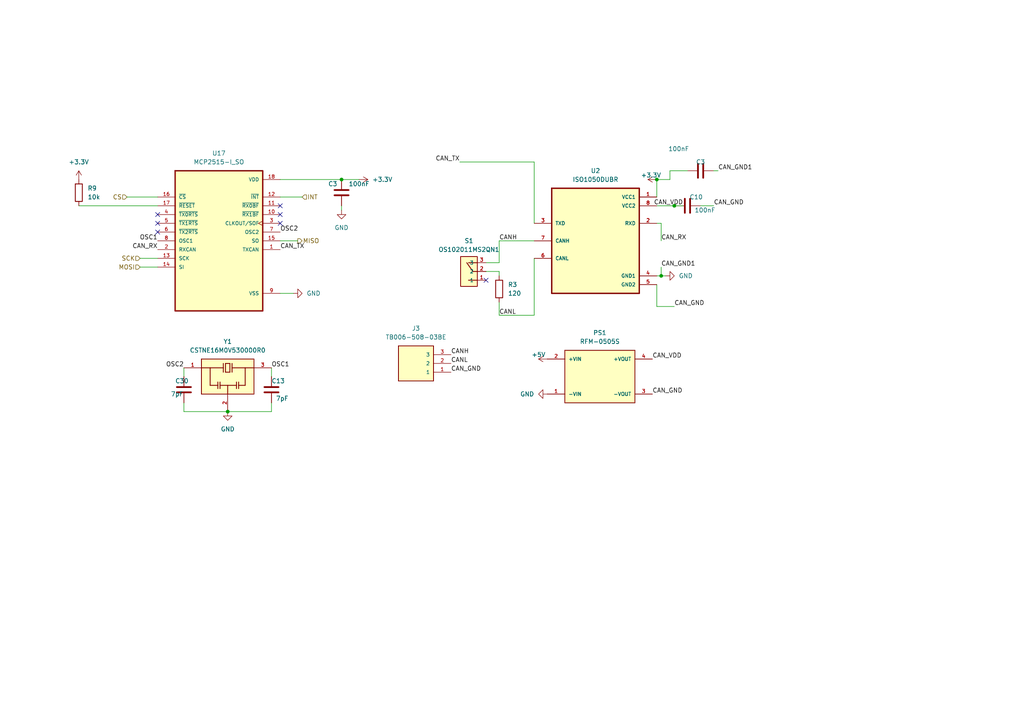
<source format=kicad_sch>
(kicad_sch (version 20230121) (generator eeschema)
  (paper "A4")
  (lib_symbols
    (symbol "CSTNE16M0V530000R0:CSTNE16M0V530000R0" (pin_names (offset 1.016))
      (property "Reference" "Y" (at -7.62 6.35 0))
      (property "Value" "CSTNE16M0V530000R0" (at 1.27 -6.35 0))
      (symbol "CSTNE16M0V530000R0_0_0"
        (rectangle (start -7.62 -5.08) (end 7.62 5.08) (stroke (width 0.254)) (fill (type background)))
        (polyline (pts (xy -7.62 2.54) (xy -5.08 2.54)) (stroke (width 0.254)))
        (polyline (pts (xy -5.08 -2.54) (xy -5.08 2.54)) (stroke (width 0.254)))
        (polyline (pts (xy -5.08 2.54) (xy -1.27 2.54)) (stroke (width 0.254)))
        (polyline (pts (xy -2.8575 -2.54) (xy -5.08 -2.54)) (stroke (width 0.254)))
        (polyline (pts (xy -2.8575 -2.54) (xy -2.8575 -3.4925)) (stroke (width 0.254)))
        (polyline (pts (xy -2.8575 -1.5875) (xy -2.8575 -2.54)) (stroke (width 0.254)))
        (polyline (pts (xy -2.2225 -2.54) (xy -2.2225 -3.4925)) (stroke (width 0.254)))
        (polyline (pts (xy -2.2225 -1.5875) (xy -2.2225 -2.54)) (stroke (width 0.254)))
        (polyline (pts (xy -1.27 2.54) (xy -1.27 1.27)) (stroke (width 0.254)))
        (polyline (pts (xy -1.27 3.81) (xy -1.27 2.54)) (stroke (width 0.254)))
        (polyline (pts (xy -0.635 1.27) (xy -0.635 3.81)) (stroke (width 0.254)))
        (polyline (pts (xy -0.635 3.81) (xy 0.635 3.81)) (stroke (width 0.254)))
        (polyline (pts (xy 0 -5.08) (xy 0 -2.54)) (stroke (width 0.254)))
        (polyline (pts (xy 0 -2.54) (xy -2.2225 -2.54)) (stroke (width 0.254)))
        (polyline (pts (xy 0 -2.54) (xy 2.54 -2.54)) (stroke (width 0.254)))
        (polyline (pts (xy 0.635 1.27) (xy -0.635 1.27)) (stroke (width 0.254)))
        (polyline (pts (xy 0.635 3.81) (xy 0.635 1.27)) (stroke (width 0.254)))
        (polyline (pts (xy 1.27 2.54) (xy 1.27 1.27)) (stroke (width 0.254)))
        (polyline (pts (xy 1.27 2.54) (xy 5.08 2.54)) (stroke (width 0.254)))
        (polyline (pts (xy 1.27 3.81) (xy 1.27 2.54)) (stroke (width 0.254)))
        (polyline (pts (xy 2.54 -2.54) (xy 2.54 -3.4925)) (stroke (width 0.254)))
        (polyline (pts (xy 2.54 -1.5875) (xy 2.54 -2.54)) (stroke (width 0.254)))
        (polyline (pts (xy 3.175 -2.54) (xy 3.175 -3.4925)) (stroke (width 0.254)))
        (polyline (pts (xy 3.175 -2.54) (xy 5.08 -2.54)) (stroke (width 0.254)))
        (polyline (pts (xy 3.175 -1.5875) (xy 3.175 -2.54)) (stroke (width 0.254)))
        (polyline (pts (xy 5.08 -2.54) (xy 5.08 2.54)) (stroke (width 0.254)))
        (polyline (pts (xy 5.08 2.54) (xy 7.62 2.54)) (stroke (width 0.254)))
        (pin input line (at -12.7 2.54 0) (length 5.08) (name "~") (number "1"))
        (pin power_in line (at 0 -10.16 90) (length 5.08) (name "~") (number "2"))
        (pin output line (at 12.7 2.54 180) (length 5.08) (name "~") (number "3"))
      )
    )
    (symbol "Device:C" (pin_numbers hide) (pin_names (offset 0.254))
      (property "Reference" "C" (at 0.635 2.54 0))
      (property "Value" "C" (at 0.635 -2.54 0))
      (symbol "C_0_1"
        (polyline (pts (xy -2.032 -0.762) (xy 2.032 -0.762)) (stroke (width 0.508)))
        (polyline (pts (xy -2.032 0.762) (xy 2.032 0.762)) (stroke (width 0.508)))
      )
      (symbol "C_1_1"
        (pin passive line (at 0 3.81 270) (length 2.794) (name "~") (number "1"))
        (pin passive line (at 0 -3.81 90) (length 2.794) (name "~") (number "2"))
      )
    )
    (symbol "Device:R" (pin_numbers hide) (pin_names (offset 0))
      (property "Reference" "R" (at 2.032 0 90))
      (property "Value" "R" (at 0 0 90))
      (symbol "R_0_1"
        (rectangle (start -1.016 -2.54) (end 1.016 2.54) (stroke (width 0.254)))
      )
      (symbol "R_1_1"
        (pin passive line (at 0 3.81 270) (length 1.27) (name "~") (number "1"))
        (pin passive line (at 0 -3.81 90) (length 1.27) (name "~") (number "2"))
      )
    )
    (symbol "ISO1050DUBR:ISO1050DUBR" (pin_names (offset 1.016))
      (property "Reference" "U" (at -12.7 16.24 0))
      (property "Value" "ISO1050DUBR" (at -12.7 -19.24 0))
      (symbol "ISO1050DUBR_0_0"
        (rectangle (start -12.7 -15.24) (end 12.7 15.24) (stroke (width 0.41)) (fill (type background)))
        (pin power_in line (at 17.78 12.7 180) (length 5.08) (name "VCC1") (number "1"))
        (pin output line (at 17.78 5.08 180) (length 5.08) (name "RXD") (number "2"))
        (pin input line (at -17.78 5.08 0) (length 5.08) (name "TXD") (number "3"))
        (pin power_in line (at 17.78 -10.16 180) (length 5.08) (name "GND1") (number "4"))
        (pin power_in line (at 17.78 -12.7 180) (length 5.08) (name "GND2") (number "5"))
        (pin bidirectional line (at -17.78 -5.08 0) (length 5.08) (name "CANL") (number "6"))
        (pin bidirectional line (at -17.78 0 0) (length 5.08) (name "CANH") (number "7"))
        (pin power_in line (at 17.78 10.16 180) (length 5.08) (name "VCC2") (number "8"))
      )
    )
    (symbol "MCP2515-I_SO:MCP2515-I_SO" (pin_names (offset 1.016))
      (property "Reference" "U" (at -12.7 21.32 0))
      (property "Value" "MCP2515-I_SO" (at -12.7 -24.32 0))
      (symbol "MCP2515-I_SO_0_0"
        (rectangle (start -12.7 -20.32) (end 12.7 20.32) (stroke (width 0.41)) (fill (type background)))
        (pin output line (at 17.78 -2.54 180) (length 5.08) (name "TXCAN") (number "1"))
        (pin output line (at 17.78 7.62 180) (length 5.08) (name "~{RX1BF}") (number "10"))
        (pin output line (at 17.78 10.16 180) (length 5.08) (name "~{RX0BF}") (number "11"))
        (pin output line (at 17.78 12.7 180) (length 5.08) (name "~{INT}") (number "12"))
        (pin input line (at -17.78 -5.08 0) (length 5.08) (name "SCK") (number "13"))
        (pin input line (at -17.78 -7.62 0) (length 5.08) (name "SI") (number "14"))
        (pin output line (at 17.78 0 180) (length 5.08) (name "SO") (number "15"))
        (pin input line (at -17.78 12.7 0) (length 5.08) (name "~{CS}") (number "16"))
        (pin input line (at -17.78 10.16 0) (length 5.08) (name "~{RESET}") (number "17"))
        (pin power_in line (at 17.78 17.78 180) (length 5.08) (name "VDD") (number "18"))
        (pin input line (at -17.78 -2.54 0) (length 5.08) (name "RXCAN") (number "2"))
        (pin output clock (at 17.78 5.08 180) (length 5.08) (name "CLKOUT/SOF") (number "3"))
        (pin input line (at -17.78 7.62 0) (length 5.08) (name "~{TX0RTS}") (number "4"))
        (pin input line (at -17.78 5.08 0) (length 5.08) (name "~{TX1RTS}") (number "5"))
        (pin input line (at -17.78 2.54 0) (length 5.08) (name "~{TX2RTS}") (number "6"))
        (pin output line (at 17.78 2.54 180) (length 5.08) (name "OSC2") (number "7"))
        (pin input line (at -17.78 0 0) (length 5.08) (name "OSC1") (number "8"))
        (pin power_in line (at 17.78 -15.24 180) (length 5.08) (name "VSS") (number "9"))
      )
    )
    (symbol "OS102011MS2QN1:OS102011MS2QN1" (pin_names (offset 1.016))
      (property "Reference" "S" (at -2.5411 5.0822 0))
      (property "Value" "OS102011MS2QN1" (at -2.544 -7.6319 0))
      (symbol "OS102011MS2QN1_0_0"
        (rectangle (start -2.54 -4.318) (end 2.286 4.318) (stroke (width 0.254)) (fill (type background)))
        (polyline (pts (xy -2.54 -2.54) (xy 0 -2.54)) (stroke (width 0.254)))
        (polyline (pts (xy -2.54 0) (xy -1.27 0)) (stroke (width 0.254)))
        (polyline (pts (xy -2.54 2.54) (xy 0 2.54)) (stroke (width 0.254)))
        (polyline (pts (xy -1.27 0) (xy 0.508 -2.54)) (stroke (width 0.254)))
        (pin passive line (at -5.08 2.54 0) (length 2.54) (name "1") (number "1"))
        (pin passive line (at -5.08 0 0) (length 2.54) (name "2") (number "2"))
        (pin passive line (at -5.08 -2.54 0) (length 2.54) (name "3") (number "3"))
      )
    )
    (symbol "RFM-0505S:RFM-0505S" (pin_names (offset 1.016))
      (property "Reference" "PS" (at -10.16 8.89 0))
      (property "Value" "RFM-0505S" (at -10.16 -10.16 0))
      (symbol "RFM-0505S_0_0"
        (rectangle (start -10.16 -7.62) (end 10.16 7.62) (stroke (width 0.254)) (fill (type background)))
        (pin input line (at -15.24 -5.08 0) (length 5.08) (name "-VIN") (number "1"))
        (pin input line (at -15.24 5.08 0) (length 5.08) (name "+VIN") (number "2"))
        (pin output line (at 15.24 -5.08 180) (length 5.08) (name "-VOUT") (number "3"))
        (pin output line (at 15.24 5.08 180) (length 5.08) (name "+VOUT") (number "4"))
      )
    )
    (symbol "TB006-508-03BE:TB006-508-03BE" (pin_names (offset 1.016))
      (property "Reference" "J" (at -5.58 5.08 0))
      (property "Value" "TB006-508-03BE" (at -5.08 -7.62 0))
      (symbol "TB006-508-03BE_0_0"
        (rectangle (start -5.08 -5.08) (end 5.08 5.08) (stroke (width 0.254)) (fill (type background)))
        (pin passive line (at -10.16 2.54 0) (length 5.08) (name "1") (number "1"))
        (pin passive line (at -10.16 0 0) (length 5.08) (name "2") (number "2"))
        (pin passive line (at -10.16 -2.54 0) (length 5.08) (name "3") (number "3"))
      )
    )
    (symbol "power:+3.3V" (power) (pin_names (offset 0))
      (property "Value" "+3.3V" (at 0 3.556 0))
      (symbol "+3.3V_0_1"
        (polyline (pts (xy -0.762 1.27) (xy 0 2.54)))
        (polyline (pts (xy 0 0) (xy 0 2.54)))
        (polyline (pts (xy 0 2.54) (xy 0.762 1.27)))
      )
      (symbol "+3.3V_1_1"
        (pin power_in line (at 0 0 90) (length 0) hide (name "+3.3V") (number "1"))
      )
    )
    (symbol "power:+5V" (power) (pin_names (offset 0))
      (property "Value" "+5V" (at 0 3.556 0))
      (symbol "+5V_0_1"
        (polyline (pts (xy -0.762 1.27) (xy 0 2.54)))
        (polyline (pts (xy 0 0) (xy 0 2.54)))
        (polyline (pts (xy 0 2.54) (xy 0.762 1.27)))
      )
      (symbol "+5V_1_1"
        (pin power_in line (at 0 0 90) (length 0) hide (name "+5V") (number "1"))
      )
    )
    (symbol "power:GND" (power) (pin_names (offset 0))
      (property "Value" "GND" (at 0 -3.81 0))
      (symbol "GND_0_1"
        (polyline (pts (xy 0 0) (xy 0 -1.27) (xy 1.27 -1.27) (xy 0 -2.54) (xy -1.27 -1.27) (xy 0 -1.27)))
      )
      (symbol "GND_1_1"
        (pin power_in line (at 0 0 270) (length 0) hide (name "GND") (number "1"))
      )
    )
  )
  (junction (at 66.04 119.38))
  (junction (at 191.77 80.01))
  (junction (at 99.06 52.07))
  (junction (at 195.58 59.69))
  (junction (at 190.5 52.07))
  (no_connect (at 81.28 62.23))
  (no_connect (at 45.72 67.31))
  (no_connect (at 81.28 64.77))
  (no_connect (at 81.28 59.69))
  (no_connect (at 45.72 64.77))
  (no_connect (at 45.72 62.23))
  (no_connect (at 140.97 81.28))
  (wire (pts (xy 154.94 46.99) (xy 154.94 64.77)))
  (wire (pts (xy 53.34 119.38) (xy 66.04 119.38)))
  (wire (pts (xy 207.01 49.53) (xy 208.28 49.53)))
  (wire (pts (xy 40.64 77.47) (xy 45.72 77.47)))
  (wire (pts (xy 194.31 52.07) (xy 190.5 52.07)))
  (wire (pts (xy 36.83 57.15) (xy 45.72 57.15)))
  (wire (pts (xy 81.28 69.85) (xy 86.36 69.85)))
  (wire (pts (xy 78.74 106.68) (xy 78.74 109.22)))
  (wire (pts (xy 191.77 64.77) (xy 190.5 64.77)))
  (wire (pts (xy 190.5 59.69) (xy 195.58 59.69)))
  (wire (pts (xy 78.74 119.38) (xy 66.04 119.38)))
  (wire (pts (xy 190.5 57.15) (xy 190.5 52.07)))
  (wire (pts (xy 85.09 85.09) (xy 81.28 85.09)))
  (wire (pts (xy 194.31 49.53) (xy 199.39 49.53)))
  (wire (pts (xy 191.77 80.01) (xy 190.5 80.01)))
  (wire (pts (xy 53.34 116.84) (xy 53.34 119.38)))
  (wire (pts (xy 81.28 52.07) (xy 99.06 52.07)))
  (wire (pts (xy 195.58 88.9) (xy 190.5 88.9)))
  (wire (pts (xy 190.5 88.9) (xy 190.5 82.55)))
  (wire (pts (xy 191.77 69.85) (xy 191.77 64.77)))
  (wire (pts (xy 99.06 52.07) (xy 104.14 52.07)))
  (wire (pts (xy 193.04 80.01) (xy 191.77 80.01)))
  (wire (pts (xy 78.74 116.84) (xy 78.74 119.38)))
  (wire (pts (xy 191.77 77.47) (xy 191.77 80.01)))
  (wire (pts (xy 133.35 46.99) (xy 154.94 46.99)))
  (wire (pts (xy 22.86 59.69) (xy 45.72 59.69)))
  (wire (pts (xy 40.64 74.93) (xy 45.72 74.93)))
  (wire (pts (xy 144.78 78.74) (xy 140.97 78.74)))
  (wire (pts (xy 194.31 49.53) (xy 194.31 52.07)))
  (wire (pts (xy 81.28 57.15) (xy 87.63 57.15)))
  (wire (pts (xy 144.78 87.63) (xy 144.78 91.44)))
  (wire (pts (xy 53.34 106.68) (xy 53.34 109.22)))
  (wire (pts (xy 144.78 69.85) (xy 154.94 69.85)))
  (wire (pts (xy 207.01 59.69) (xy 203.2 59.69)))
  (wire (pts (xy 144.78 78.74) (xy 144.78 80.01)))
  (wire (pts (xy 144.78 76.2) (xy 144.78 69.85)))
  (wire (pts (xy 99.06 59.69) (xy 99.06 60.96)))
  (wire (pts (xy 154.94 74.93) (xy 154.94 91.44)))
  (wire (pts (xy 144.78 91.44) (xy 154.94 91.44)))
  (wire (pts (xy 198.12 59.69) (xy 195.58 59.69)))
  (wire (pts (xy 140.97 76.2) (xy 144.78 76.2)))
  (label "CAN_GND" (at 195.58 88.9 0))
  (label "OSC1" (at 78.74 106.68 0))
  (label "OSC1" (at 45.72 69.85 180))
  (label "CAN_GND1" (at 191.77 77.47 0))
  (label "CANL" (at 130.81 105.41 0))
  (label "CANH" (at 144.78 69.85 0))
  (label "CAN_TX" (at 81.28 72.39 0))
  (label "CAN_GND" (at 207.01 59.69 0))
  (label "CAN_VDD" (at 189.23 104.14 0))
  (label "OSC2" (at 81.28 67.31 0))
  (label "CAN_GND1" (at 208.28 49.53 0))
  (label "CANH" (at 130.81 102.87 0))
  (label "CAN_GND" (at 189.23 114.3 0))
  (label "CAN_TX" (at 133.35 46.99 180))
  (label "CANL" (at 144.78 91.44 0))
  (label "CAN_RX" (at 191.77 69.85 0))
  (label "CAN_GND" (at 130.81 107.95 0))
  (label "OSC2" (at 53.34 106.68 180))
  (label "CAN_VDD" (at 198.12 59.69 180))
  (label "CAN_RX" (at 45.72 72.39 180))
  (hierarchical_label "INT" (shape input) (at 87.63 57.15 0))
  (hierarchical_label "MOSI" (shape input) (at 40.64 77.47 180))
  (hierarchical_label "MISO" (shape output) (at 86.36 69.85 0))
  (hierarchical_label "CS" (shape input) (at 36.83 57.15 180))
  (hierarchical_label "SCK" (shape input) (at 40.64 74.93 180))
  (symbol (lib_id "ISO1050DUBR:ISO1050DUBR") (at 172.72 69.85 0) (unit 1)
    (property "Reference" "U2" (at 172.72 49.53 0))
    (property "Value" "ISO1050DUBR" (at 172.72 52.07 0))
    (property "Footprint" "ISO1050DUBR:SOP254P1040X485-8N" (effects hide))
    (instances (project "Motor Programmer Rev. 2" (path "" (reference "U2") (unit 1)) (path "" (reference "U1") (unit 1)) (path "" (reference "U2") (unit 1)) (path "" (reference "U4") (unit 1)) (path "" (reference "U20") (unit 1)) (path "" (reference "U22") (unit 1)) (path "" (reference "U24") (unit 1)) (path "" (reference "U26") (unit 1))))
  )
  (symbol (lib_id "Device:R") (at 144.78 83.82 0) (unit 1)
    (property "Reference" "R3" (at 147.32 82.55 0) (effects (justify left)))
    (property "Value" "120" (at 147.32 85.09 0) (effects (justify left)))
    (property "Footprint" "Resistor_SMD:R_0402_1005Metric" (effects hide))
    (instances (project "Motor Programmer Rev. 2" (path "" (reference "R3") (unit 1)) (path "" (reference "R3") (unit 1)) (path "" (reference "R6") (unit 1)) (path "" (reference "R7") (unit 1)) (path "" (reference "R21") (unit 1)) (path "" (reference "R23") (unit 1)) (path "" (reference "R25") (unit 1)) (path "" (reference "R27") (unit 1))))
  )
  (symbol (lib_id "power:+3.3V") (at 104.14 52.07 270) (unit 1)
    (property "Reference" "#PWR030" (effects hide))
    (property "Value" "+3.3V" (at 107.95 52.07 90) (effects (justify left)))
    (instances (project "Motor Programmer Rev. 2" (path "" (reference "#PWR030") (unit 1)) (path "" (reference "#PWR077") (unit 1)) (path "" (reference "#PWR086") (unit 1)) (path "" (reference "#PWR095") (unit 1)) (path "" (reference "#PWR0104") (unit 1))))
  )
  (symbol (lib_id "power:+5V") (at 158.75 104.14 90) (unit 1)
    (property "Reference" "#PWR030" (effects hide))
    (property "Value" "+5V" (at 156.21 102.87 90))
    (instances (project "Motor Programmer Rev. 2" (path "" (reference "#PWR030") (unit 1)) (path "" (reference "#PWR010") (unit 1)) (path "" (reference "#PWR022") (unit 1)) (path "" (reference "#PWR026") (unit 1)) (path "" (reference "#PWR078") (unit 1)) (path "" (reference "#PWR087") (unit 1)) (path "" (reference "#PWR096") (unit 1)) (path "" (reference "#PWR0105") (unit 1))))
  )
  (symbol (lib_id "Device:C") (at 99.06 55.88 180) (unit 1)
    (property "Reference" "C3" (at 96.52 53.34 0))
    (property "Value" "100nF" (at 104.14 53.34 0))
    (property "Footprint" "Capacitor_SMD:C_0402_1005Metric" (effects hide))
    (instances (project "Motor Programmer Rev. 2" (path "" (reference "C3") (unit 1)) (path "" (reference "C5") (unit 1)) (path "" (reference "C7") (unit 1)) (path "" (reference "C10") (unit 1)) (path "" (reference "C33") (unit 1)) (path "" (reference "C38") (unit 1)) (path "" (reference "C43") (unit 1)) (path "" (reference "C48") (unit 1))))
  )
  (symbol (lib_id "Device:R") (at 22.86 55.88 0) (unit 1)
    (property "Reference" "R9" (at 25.4 54.61 0) (effects (justify left)))
    (property "Value" "10k" (at 25.4 57.15 0) (effects (justify left)))
    (property "Footprint" "Resistor_SMD:R_0402_1005Metric" (effects hide))
    (instances (project "Motor Programmer Rev. 2" (path "" (reference "R9") (unit 1)) (path "" (reference "R10") (unit 1)) (path "" (reference "R22") (unit 1)) (path "" (reference "R24") (unit 1)) (path "" (reference "R26") (unit 1))))
  )
  (symbol (lib_id "Device:C") (at 203.2 49.53 90) (unit 1)
    (property "Reference" "C3" (at 203.2 46.99 90))
    (property "Value" "100nF" (at 196.85 43.18 90))
    (property "Footprint" "Capacitor_SMD:C_0402_1005Metric" (effects hide))
    (instances (project "Motor Programmer Rev. 2" (path "" (reference "C3") (unit 1)) (path "" (reference "C5") (unit 1)) (path "" (reference "C7") (unit 1)) (path "" (reference "C9") (unit 1)) (path "" (reference "C35") (unit 1)) (path "" (reference "C40") (unit 1)) (path "" (reference "C45") (unit 1)) (path "" (reference "C50") (unit 1))))
  )
  (symbol (lib_id "power:GND") (at 85.09 85.09 90) (unit 1)
    (property "Reference" "#PWR035" (effects hide))
    (property "Value" "GND" (at 88.9 85.09 90) (effects (justify right)))
    (instances (project "Motor Programmer Rev. 2" (path "" (reference "#PWR035") (unit 1)) (path "" (reference "#PWR075") (unit 1)) (path "" (reference "#PWR084") (unit 1)) (path "" (reference "#PWR093") (unit 1)) (path "" (reference "#PWR0102") (unit 1))))
  )
  (symbol (lib_id "RFM-0505S:RFM-0505S") (at 173.99 109.22 0) (unit 1)
    (property "Reference" "PS1" (at 173.99 96.52 0))
    (property "Value" "RFM-0505S" (at 173.99 99.06 0))
    (property "Footprint" "RFM_0505Sreal:CONV_RFM-0505S" (effects hide))
    (property "PARTREV" "0" (effects hide))
    (property "STANDARD" "Manufacturer Recommendations" (effects hide))
    (property "MAXIMUM_PACKAGE_HEIGHT" "10mm" (effects hide))
    (property "MANUFACTURER" "Recom" (effects hide))
    (instances (project "Motor Programmer Rev. 2" (path "" (reference "PS1") (unit 1)) (path "" (reference "PS2") (unit 1)) (path "" (reference "PS3") (unit 1)) (path "" (reference "PS5") (unit 1)) (path "" (reference "PS6") (unit 1)) (path "" (reference "PS7") (unit 1)) (path "" (reference "PS8") (unit 1))))
  )
  (symbol (lib_id "OS102011MS2QN1:OS102011MS2QN1") (at 135.89 78.74 180) (unit 1)
    (property "Reference" "S1" (at 136.017 69.85 0))
    (property "Value" "OS102011MS2QN1" (at 136.017 72.39 0))
    (property "Footprint" "OS102011MS2QN1:SW_OS102011MS2QN1" (effects hide))
    (property "STANDARD" "MANUFACTURER RECOMMENDATIONS" (effects hide))
    (property "MANUFACTURER" "C&K" (effects hide))
    (instances (project "Motor Programmer Rev. 2" (path "" (reference "S1") (unit 1)) (path "" (reference "S1") (unit 1)) (path "" (reference "S2") (unit 1)) (path "" (reference "S4") (unit 1)) (path "" (reference "S6") (unit 1)) (path "" (reference "S7") (unit 1)) (path "" (reference "S8") (unit 1)) (path "" (reference "S9") (unit 1))))
  )
  (symbol (lib_id "Device:C") (at 78.74 113.03 0) (unit 1)
    (property "Reference" "C13" (at 78.74 110.49 0) (effects (justify left)))
    (property "Value" "7pF" (at 80.01 115.57 0) (effects (justify left)))
    (property "Footprint" "Capacitor_SMD:C_0603_1608Metric" (effects hide))
    (instances (project "Motor Programmer Rev. 2" (path "" (reference "C13") (unit 1)) (path "" (reference "C32") (unit 1)) (path "" (reference "C37") (unit 1)) (path "" (reference "C42") (unit 1)) (path "" (reference "C47") (unit 1))))
  )
  (symbol (lib_id "power:GND") (at 99.06 60.96 0) (unit 1)
    (property "Reference" "#PWR038" (effects hide))
    (property "Value" "GND" (at 99.06 66.04 0))
    (instances (project "Motor Programmer Rev. 2" (path "" (reference "#PWR038") (unit 1)) (path "" (reference "#PWR076") (unit 1)) (path "" (reference "#PWR085") (unit 1)) (path "" (reference "#PWR094") (unit 1)) (path "" (reference "#PWR0103") (unit 1))))
  )
  (symbol (lib_id "power:+3.3V") (at 190.5 52.07 90) (unit 1)
    (property "Reference" "#PWR013" (effects hide))
    (property "Value" "+3.3V" (at 191.77 50.8 90) (effects (justify left)))
    (instances (project "Motor Programmer Rev. 2" (path "" (reference "#PWR013") (unit 1)) (path "" (reference "#PWR013") (unit 1)) (path "" (reference "#PWR024") (unit 1)) (path "" (reference "#PWR028") (unit 1)) (path "" (reference "#PWR080") (unit 1)) (path "" (reference "#PWR089") (unit 1)) (path "" (reference "#PWR098") (unit 1)) (path "" (reference "#PWR0107") (unit 1))))
  )
  (symbol (lib_id "power:GND") (at 66.04 119.38 0) (unit 1)
    (property "Reference" "#PWR072" (effects hide))
    (property "Value" "GND" (at 66.04 124.46 0))
    (instances (project "Motor Programmer Rev. 2" (path "" (reference "#PWR072") (unit 1)) (path "" (reference "#PWR074") (unit 1)) (path "" (reference "#PWR083") (unit 1)) (path "" (reference "#PWR092") (unit 1)) (path "" (reference "#PWR0101") (unit 1))))
  )
  (symbol (lib_id "power:GND") (at 193.04 80.01 90) (unit 1)
    (property "Reference" "#PWR010" (effects hide))
    (property "Value" "GND" (at 196.85 80.01 90) (effects (justify right)))
    (instances (project "Motor Programmer Rev. 2" (path "" (reference "#PWR010") (unit 1)) (path "" (reference "#PWR021") (unit 1)) (path "" (reference "#PWR025") (unit 1)) (path "" (reference "#PWR029") (unit 1)) (path "" (reference "#PWR081") (unit 1)) (path "" (reference "#PWR090") (unit 1)) (path "" (reference "#PWR099") (unit 1)) (path "" (reference "#PWR0108") (unit 1))))
  )
  (symbol (lib_id "Device:C") (at 53.34 113.03 0) (unit 1)
    (property "Reference" "C30" (at 50.8 110.49 0) (effects (justify left)))
    (property "Value" "7pF" (at 49.53 114.3 0) (effects (justify left)))
    (property "Footprint" "Capacitor_SMD:C_0603_1608Metric" (effects hide))
    (instances (project "Motor Programmer Rev. 2" (path "" (reference "C30") (unit 1)) (path "" (reference "C31") (unit 1)) (path "" (reference "C36") (unit 1)) (path "" (reference "C41") (unit 1)) (path "" (reference "C46") (unit 1))))
  )
  (symbol (lib_id "Device:C") (at 199.39 59.69 90) (unit 1)
    (property "Reference" "C10" (at 201.93 57.15 90))
    (property "Value" "100nF" (at 204.47 60.96 90))
    (property "Footprint" "Capacitor_SMD:C_0402_1005Metric" (effects hide))
    (instances (project "Motor Programmer Rev. 2" (path "" (reference "C10") (unit 1)) (path "" (reference "C3") (unit 1)) (path "" (reference "C6") (unit 1)) (path "" (reference "C8") (unit 1)) (path "" (reference "C34") (unit 1)) (path "" (reference "C39") (unit 1)) (path "" (reference "C44") (unit 1)) (path "" (reference "C49") (unit 1))))
  )
  (symbol (lib_id "power:GND") (at 158.75 114.3 270) (unit 1)
    (property "Reference" "#PWR011" (effects hide))
    (property "Value" "GND" (at 154.94 114.3 90) (effects (justify right)))
    (instances (project "Motor Programmer Rev. 2" (path "" (reference "#PWR011") (unit 1)) (path "" (reference "#PWR023") (unit 1)) (path "" (reference "#PWR027") (unit 1)) (path "" (reference "#PWR079") (unit 1)) (path "" (reference "#PWR088") (unit 1)) (path "" (reference "#PWR097") (unit 1)) (path "" (reference "#PWR0106") (unit 1))))
  )
  (symbol (lib_id "MCP2515-I_SO:MCP2515-I_SO") (at 63.5 69.85 0) (unit 1)
    (property "Reference" "U17" (at 63.5 44.45 0))
    (property "Value" "MCP2515-I_SO" (at 63.5 46.99 0))
    (property "Footprint" "MCP2515_I_SO:SOIC127P1030X265-18N" (effects hide))
    (instances (project "Motor Programmer Rev. 2" (path "" (reference "U17") (unit 1)) (path "" (reference "U19") (unit 1)) (path "" (reference "U21") (unit 1)) (path "" (reference "U23") (unit 1)) (path "" (reference "U25") (unit 1))))
  )
  (symbol (lib_id "TB006-508-03BE:TB006-508-03BE") (at 120.65 105.41 180) (unit 1)
    (property "Reference" "J3" (at 120.65 95.25 0))
    (property "Value" "TB006-508-03BE" (at 120.65 97.79 0))
    (property "Footprint" "TB006_508_03BE2:CUI_TB006-508-03BE" (effects hide))
    (property "STANDARD" "Manufacturer Recommendations" (effects hide))
    (property "MANUFACTURER" "CUI" (effects hide))
    (instances (project "Motor Programmer Rev. 2" (path "" (reference "J3") (unit 1)) (path "" (reference "J5") (unit 1)) (path "" (reference "J6") (unit 1)) (path "" (reference "J8") (unit 1)) (path "" (reference "J9") (unit 1)) (path "" (reference "J10") (unit 1)) (path "" (reference "J11") (unit 1))))
  )
  (symbol (lib_id "power:+3.3V") (at 22.86 52.07 0) (unit 1)
    (property "Reference" "#PWR071" (effects hide))
    (property "Value" "+3.3V" (at 22.86 46.99 0))
    (instances (project "Motor Programmer Rev. 2" (path "" (reference "#PWR071") (unit 1)) (path "" (reference "#PWR073") (unit 1)) (path "" (reference "#PWR082") (unit 1)) (path "" (reference "#PWR091") (unit 1)) (path "" (reference "#PWR0100") (unit 1))))
  )
  (symbol (lib_id "CSTNE16M0V530000R0:CSTNE16M0V530000R0") (at 66.04 109.22 0) (unit 1)
    (property "Reference" "Y1" (at 66.04 99.06 0))
    (property "Value" "CSTNE16M0V530000R0" (at 66.04 101.6 0))
    (property "Footprint" "CSTNE16M0V530000R0:OSC_CSTNE16M0V530000R0" (effects hide))
    (property "PARTREV" "JGC42-8853B" (effects hide))
    (property "MANUFACTURER" "Murata" (effects hide))
    (property "MAXIMUM_PACKAGE_HEIGHT" "1mm" (effects hide))
    (property "STANDARD" "Manufacturer Recomendations" (effects hide))
    (instances (project "Motor Programmer Rev. 2" (path "" (reference "Y1") (unit 1)) (path "" (reference "Y2") (unit 1)) (path "" (reference "Y3") (unit 1)) (path "" (reference "Y4") (unit 1)) (path "" (reference "Y5") (unit 1))))
  )
)
</source>
